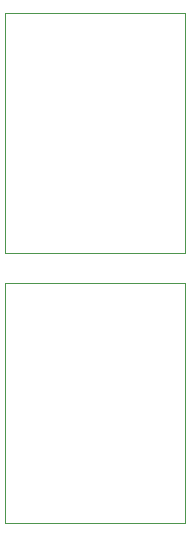
<source format=gbr>
G04 #@! TF.GenerationSoftware,KiCad,Pcbnew,(5.1.5)-3*
G04 #@! TF.CreationDate,2020-07-09T20:04:34+02:00*
G04 #@! TF.ProjectId,ejector,656a6563-746f-4722-9e6b-696361645f70,rev?*
G04 #@! TF.SameCoordinates,Original*
G04 #@! TF.FileFunction,Paste,Bot*
G04 #@! TF.FilePolarity,Positive*
%FSLAX46Y46*%
G04 Gerber Fmt 4.6, Leading zero omitted, Abs format (unit mm)*
G04 Created by KiCad (PCBNEW (5.1.5)-3) date 2020-07-09 20:04:34*
%MOMM*%
%LPD*%
G04 APERTURE LIST*
%ADD10C,0.120000*%
G04 APERTURE END LIST*
D10*
X130810000Y-124460000D02*
X130810000Y-144780000D01*
X115570000Y-124460000D02*
X130810000Y-124460000D01*
X115570000Y-144780000D02*
X115570000Y-124460000D01*
X130810000Y-144780000D02*
X115570000Y-144780000D01*
X130810000Y-101600000D02*
X130810000Y-121920000D01*
X115570000Y-101600000D02*
X130810000Y-101600000D01*
X115570000Y-121920000D02*
X115570000Y-101600000D01*
X130810000Y-121920000D02*
X115570000Y-121920000D01*
M02*

</source>
